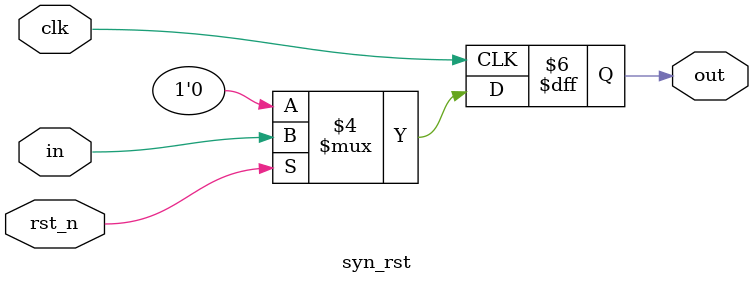
<source format=v>

module syn_rst (
    input clk,
    input rst_n,
    input in,
    output reg out
);
    always @(posedge clk) begin
        if (!rst_n) begin   // 低有效，rst_n=0时复位
            out <= 1'b0;
        end
        else
            out <= in;
    end
endmodule
</source>
